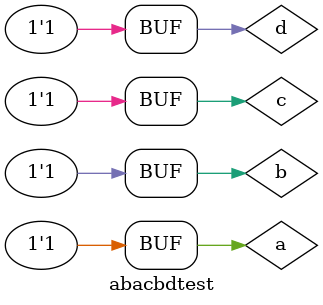
<source format=v>
`timescale 1ns / 1ps


module abacbdtest;

	// Inputs
	reg a;
	reg b;
	reg c;
	reg d;

	// Outputs
	wire f;

	// Instantiate the Unit Under Test (UUT)
	abacbd uut (
		.a(a), 
		.b(b), 
		.c(c), 
		.d(d), 
		.f(f)
	);

	initial begin
		// Initialize Inputs
			 a = 0;b = 0;c = 0;d = 0;
		#10 a = 0;b = 0;c = 0;d = 1;
		#10 a = 0;b = 0;c = 1;d = 0;
		#10 a = 0;b = 0;c = 1;d = 1;
		#10 a = 0;b = 1;c = 0;d = 0;
		#10 a = 0;b = 1;c = 0;d = 1;
		#10 a = 0;b = 1;c = 1;d = 0;
		#10 a = 0;b = 1;c = 1;d = 1;
		#10 a = 1;b = 0;c = 0;d = 0;
		#10 a = 1;b = 0;c = 0;d = 1;
		#10 a = 1;b = 0;c = 1;d = 0;
		#10 a = 1;b = 0;c = 1;d = 1;
		#10 a = 1;b = 1;c = 0;d = 0;
		#10 a = 1;b = 1;c = 0;d = 1;
		#10 a = 1;b = 1;c = 1;d = 0;
		#10 a = 1;b = 1;c = 1;d = 1;

	end
      
endmodule


</source>
